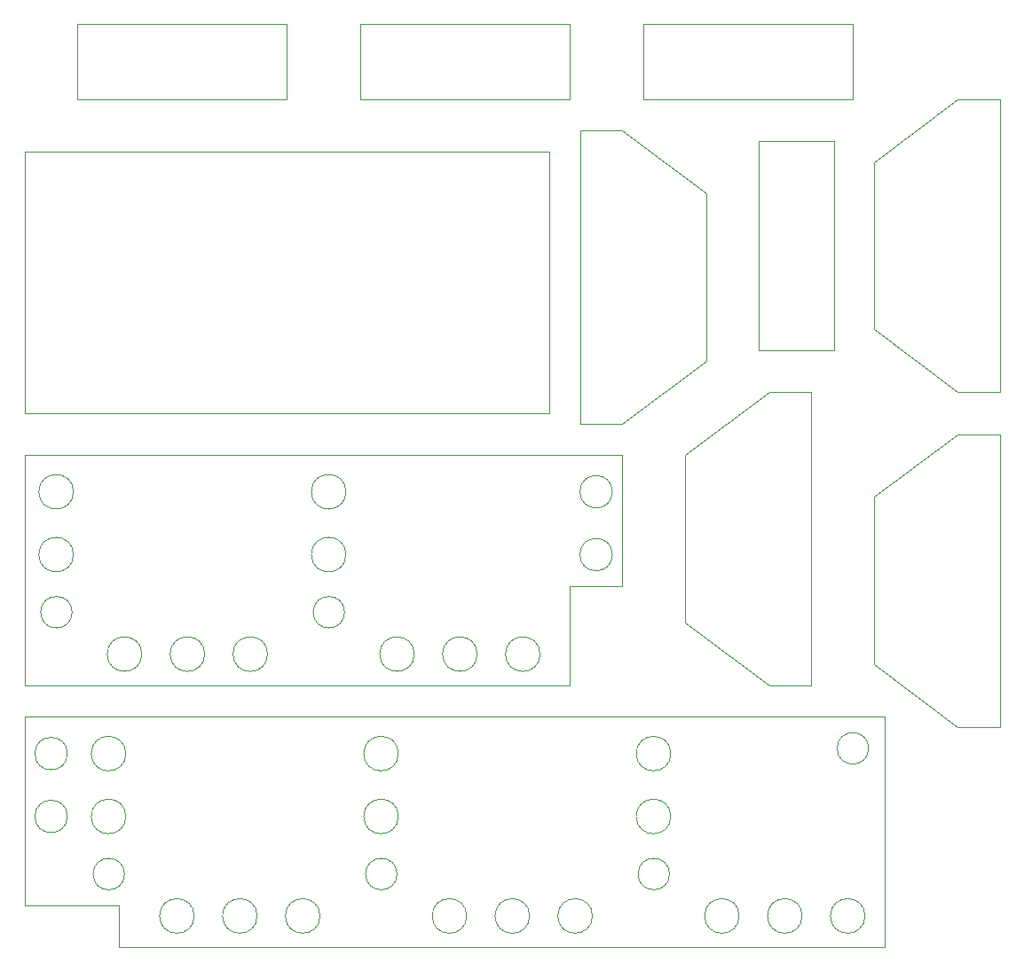
<source format=gm1>
G04*
G04 #@! TF.GenerationSoftware,Altium Limited,Altium Designer,18.1.7 (191)*
G04*
G04 Layer_Color=16711935*
%FSLAX43Y43*%
%MOMM*%
G71*
G01*
G75*
%ADD90C,0.100*%
D90*
X11000Y87000D02*
X31000D01*
Y94200D01*
X11000D02*
X31000D01*
X11000Y87000D02*
Y94200D01*
X83200Y63000D02*
Y83000D01*
X76000D01*
Y63000D02*
Y83000D01*
X83200Y63000D02*
X76000D01*
X99000Y27000D02*
Y55000D01*
X95000D01*
X87000Y49000D02*
X95000Y55000D01*
X87000Y33000D02*
Y49000D01*
X95000Y27000D02*
X87000Y33000D01*
X99000Y27000D02*
X95000D01*
X81000Y31000D02*
Y59000D01*
X77000D01*
X69000Y53000D02*
X77000Y59000D01*
X69000Y37000D02*
Y53000D01*
X77000Y31000D02*
X69000Y37000D01*
X81000Y31000D02*
X77000D01*
X38000Y87000D02*
X58000D01*
Y94200D01*
X38000D02*
X58000D01*
X38000Y87000D02*
Y94200D01*
X99000Y59000D02*
Y87000D01*
X95000D01*
X87000Y81000D02*
X95000Y87000D01*
X87000Y65000D02*
Y81000D01*
X95000Y59000D02*
X87000Y65000D01*
X99000Y59000D02*
X95000D01*
X59000Y84000D02*
Y56000D01*
X63000D01*
X71000Y62000D02*
X63000Y56000D01*
X71000Y78000D02*
Y62000D01*
X63000Y84000D02*
X71000Y78000D01*
X59000Y84000D02*
X63000D01*
X65000Y87000D02*
X85000D01*
Y94200D01*
X65000D02*
X85000D01*
X65000Y87000D02*
Y94200D01*
X62050Y49500D02*
G03*
X62050Y49500I-1550J0D01*
G01*
Y43500D02*
G03*
X62050Y43500I-1550J0D01*
G01*
X36625Y49500D02*
G03*
X36625Y49500I-1650J0D01*
G01*
Y43500D02*
G03*
X36625Y43500I-1650J0D01*
G01*
X36500Y38000D02*
G03*
X36500Y38000I-1500J0D01*
G01*
X43150Y34000D02*
G03*
X43150Y34000I-1650J0D01*
G01*
X49150D02*
G03*
X49150Y34000I-1650J0D01*
G01*
X55150D02*
G03*
X55150Y34000I-1650J0D01*
G01*
X10625Y49500D02*
G03*
X10625Y49500I-1650J0D01*
G01*
Y43500D02*
G03*
X10625Y43500I-1650J0D01*
G01*
X10500Y38000D02*
G03*
X10500Y38000I-1500J0D01*
G01*
X17150Y34000D02*
G03*
X17150Y34000I-1650J0D01*
G01*
X23150D02*
G03*
X23150Y34000I-1650J0D01*
G01*
X29150D02*
G03*
X29150Y34000I-1650J0D01*
G01*
X67625Y18500D02*
G03*
X67625Y18500I-1650J0D01*
G01*
X67500Y13000D02*
G03*
X67500Y13000I-1500J0D01*
G01*
X74150Y9000D02*
G03*
X74150Y9000I-1650J0D01*
G01*
X80150D02*
G03*
X80150Y9000I-1650J0D01*
G01*
X86150D02*
G03*
X86150Y9000I-1650J0D01*
G01*
X67625Y24500D02*
G03*
X67625Y24500I-1650J0D01*
G01*
X10050Y18500D02*
G03*
X10050Y18500I-1550J0D01*
G01*
Y24500D02*
G03*
X10050Y24500I-1550J0D01*
G01*
X86500Y25000D02*
G03*
X86500Y25000I-1500J0D01*
G01*
X41625Y18500D02*
G03*
X41625Y18500I-1650J0D01*
G01*
X41500Y13000D02*
G03*
X41500Y13000I-1500J0D01*
G01*
X48150Y9000D02*
G03*
X48150Y9000I-1650J0D01*
G01*
X54150D02*
G03*
X54150Y9000I-1650J0D01*
G01*
X60150D02*
G03*
X60150Y9000I-1650J0D01*
G01*
X41625Y24500D02*
G03*
X41625Y24500I-1650J0D01*
G01*
X15625D02*
G03*
X15625Y24500I-1650J0D01*
G01*
Y18500D02*
G03*
X15625Y18500I-1650J0D01*
G01*
X15500Y13000D02*
G03*
X15500Y13000I-1500J0D01*
G01*
X22150Y9000D02*
G03*
X22150Y9000I-1650J0D01*
G01*
X28150D02*
G03*
X28150Y9000I-1650J0D01*
G01*
X34150D02*
G03*
X34150Y9000I-1650J0D01*
G01*
X6000Y31000D02*
Y53000D01*
Y31000D02*
X58000D01*
X63000Y40500D02*
Y53000D01*
X6000D02*
X63000D01*
X58000Y31000D02*
Y40500D01*
X63000D01*
X6000Y10000D02*
X15000D01*
Y6000D02*
Y10000D01*
Y6000D02*
X88000D01*
Y28000D01*
X6000D02*
X88000D01*
X6000Y10000D02*
Y28000D01*
X6000Y82000D02*
X56000Y82000D01*
X6000Y57000D02*
X56000D01*
Y82000D01*
X6000Y57000D02*
Y82000D01*
M02*

</source>
